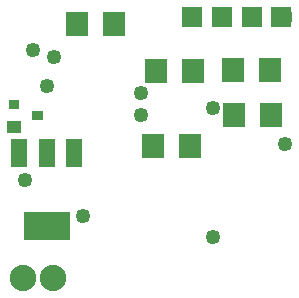
<source format=gbs>
G04 MADE WITH FRITZING*
G04 WWW.FRITZING.ORG*
G04 DOUBLE SIDED*
G04 HOLES PLATED*
G04 CONTOUR ON CENTER OF CONTOUR VECTOR*
%ASAXBY*%
%FSLAX23Y23*%
%MOIN*%
%OFA0B0*%
%SFA1.0B1.0*%
%ADD10C,0.088000*%
%ADD11C,0.070000*%
%ADD12C,0.049370*%
%ADD13R,0.065556X0.065556*%
%ADD14R,0.072992X0.084803*%
%ADD15R,0.058000X0.098000*%
%ADD16R,0.151732X0.096614*%
%ADD17R,0.045433X0.041496*%
%ADD18C,0.010000*%
%ADD19R,0.001000X0.001000*%
%LNMASK0*%
G90*
G70*
G54D10*
X77Y85D03*
X177Y85D03*
G54D11*
X638Y954D03*
X738Y954D03*
X838Y954D03*
X938Y954D03*
G54D12*
X468Y628D03*
X180Y820D03*
X156Y724D03*
X708Y220D03*
X468Y700D03*
X276Y292D03*
X708Y652D03*
X948Y532D03*
X108Y844D03*
X84Y412D03*
G54D13*
X738Y954D03*
X639Y955D03*
X838Y955D03*
X935Y955D03*
G54D14*
X380Y932D03*
X257Y932D03*
X642Y774D03*
X520Y774D03*
X777Y776D03*
X899Y776D03*
X781Y626D03*
X903Y626D03*
X511Y523D03*
X633Y523D03*
G54D15*
X64Y500D03*
X155Y500D03*
X246Y500D03*
G54D16*
X155Y256D03*
G54D17*
X46Y588D03*
G54D18*
G36*
X64Y647D02*
X29Y647D01*
X29Y678D01*
X64Y678D01*
X64Y647D01*
G37*
D02*
G36*
X143Y609D02*
X107Y609D01*
X107Y641D01*
X143Y641D01*
X143Y609D01*
G37*
D02*
G54D19*
D02*
G04 End of Mask0*
M02*
</source>
